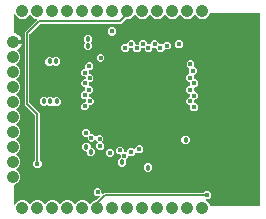
<source format=gbr>
G04 EAGLE Gerber RS-274X export*
G75*
%MOMM*%
%FSLAX34Y34*%
%LPD*%
%INCopper Layer 2*%
%IPPOS*%
%AMOC8*
5,1,8,0,0,1.08239X$1,22.5*%
G01*
%ADD10C,1.050000*%
%ADD11C,0.403200*%
%ADD12C,0.457200*%
%ADD13C,0.453200*%
%ADD14C,0.152400*%

G36*
X211973Y3763D02*
X211973Y3763D01*
X211992Y3761D01*
X212094Y3783D01*
X212196Y3799D01*
X212213Y3809D01*
X212233Y3813D01*
X212322Y3866D01*
X212413Y3915D01*
X212427Y3929D01*
X212444Y3939D01*
X212511Y4018D01*
X212583Y4093D01*
X212591Y4111D01*
X212604Y4126D01*
X212643Y4222D01*
X212686Y4316D01*
X212688Y4336D01*
X212696Y4354D01*
X212714Y4521D01*
X212714Y166675D01*
X212712Y166692D01*
X212713Y166707D01*
X212713Y166709D01*
X212713Y166714D01*
X212691Y166816D01*
X212674Y166918D01*
X212665Y166935D01*
X212661Y166955D01*
X212608Y167044D01*
X212559Y167135D01*
X212545Y167149D01*
X212535Y167166D01*
X212456Y167233D01*
X212381Y167305D01*
X212363Y167313D01*
X212348Y167326D01*
X212252Y167365D01*
X212158Y167408D01*
X212138Y167410D01*
X212120Y167418D01*
X211953Y167436D01*
X170764Y167436D01*
X170650Y167417D01*
X170533Y167400D01*
X170528Y167398D01*
X170522Y167397D01*
X170419Y167342D01*
X170314Y167289D01*
X170310Y167284D01*
X170304Y167281D01*
X170224Y167197D01*
X170142Y167113D01*
X170138Y167107D01*
X170135Y167103D01*
X170127Y167086D01*
X170061Y166966D01*
X169231Y164962D01*
X167397Y163128D01*
X165000Y162135D01*
X162406Y162135D01*
X160009Y163128D01*
X158175Y164962D01*
X158056Y165249D01*
X158019Y165310D01*
X157989Y165375D01*
X157954Y165414D01*
X157927Y165458D01*
X157872Y165504D01*
X157823Y165556D01*
X157777Y165582D01*
X157737Y165615D01*
X157670Y165640D01*
X157607Y165675D01*
X157556Y165684D01*
X157508Y165703D01*
X157436Y165706D01*
X157365Y165719D01*
X157314Y165711D01*
X157262Y165713D01*
X157193Y165693D01*
X157122Y165683D01*
X157076Y165659D01*
X157026Y165645D01*
X156967Y165604D01*
X156903Y165571D01*
X156866Y165534D01*
X156824Y165505D01*
X156781Y165447D01*
X156731Y165396D01*
X156696Y165333D01*
X156677Y165307D01*
X156670Y165285D01*
X156650Y165249D01*
X156531Y164962D01*
X154697Y163128D01*
X152300Y162135D01*
X149706Y162135D01*
X147309Y163128D01*
X145475Y164962D01*
X145356Y165249D01*
X145319Y165310D01*
X145289Y165375D01*
X145254Y165414D01*
X145227Y165458D01*
X145172Y165504D01*
X145123Y165556D01*
X145077Y165582D01*
X145037Y165615D01*
X144970Y165640D01*
X144907Y165675D01*
X144856Y165684D01*
X144808Y165703D01*
X144736Y165706D01*
X144665Y165719D01*
X144614Y165711D01*
X144562Y165713D01*
X144493Y165693D01*
X144422Y165683D01*
X144376Y165659D01*
X144326Y165645D01*
X144267Y165604D01*
X144203Y165571D01*
X144166Y165534D01*
X144124Y165505D01*
X144081Y165447D01*
X144031Y165396D01*
X143996Y165333D01*
X143977Y165307D01*
X143970Y165285D01*
X143950Y165249D01*
X143831Y164962D01*
X141997Y163128D01*
X139600Y162135D01*
X137006Y162135D01*
X134609Y163128D01*
X132775Y164962D01*
X132656Y165249D01*
X132619Y165310D01*
X132589Y165375D01*
X132554Y165414D01*
X132527Y165458D01*
X132472Y165504D01*
X132423Y165556D01*
X132377Y165582D01*
X132337Y165615D01*
X132270Y165640D01*
X132207Y165675D01*
X132156Y165684D01*
X132108Y165703D01*
X132036Y165706D01*
X131965Y165719D01*
X131914Y165711D01*
X131862Y165713D01*
X131793Y165693D01*
X131722Y165683D01*
X131676Y165659D01*
X131626Y165645D01*
X131567Y165604D01*
X131503Y165571D01*
X131466Y165534D01*
X131424Y165505D01*
X131381Y165447D01*
X131331Y165396D01*
X131296Y165333D01*
X131277Y165307D01*
X131270Y165285D01*
X131250Y165249D01*
X131131Y164962D01*
X129297Y163128D01*
X126900Y162135D01*
X124306Y162135D01*
X121909Y163128D01*
X120075Y164962D01*
X119956Y165249D01*
X119919Y165310D01*
X119889Y165375D01*
X119854Y165414D01*
X119827Y165458D01*
X119772Y165504D01*
X119723Y165556D01*
X119677Y165582D01*
X119637Y165615D01*
X119570Y165640D01*
X119507Y165675D01*
X119456Y165684D01*
X119408Y165703D01*
X119336Y165706D01*
X119265Y165719D01*
X119214Y165711D01*
X119162Y165713D01*
X119093Y165693D01*
X119022Y165683D01*
X118976Y165659D01*
X118926Y165645D01*
X118867Y165604D01*
X118803Y165571D01*
X118766Y165534D01*
X118724Y165505D01*
X118681Y165447D01*
X118631Y165396D01*
X118596Y165333D01*
X118577Y165307D01*
X118570Y165285D01*
X118550Y165249D01*
X118431Y164962D01*
X116597Y163128D01*
X114200Y162135D01*
X111606Y162135D01*
X109209Y163128D01*
X107375Y164962D01*
X107256Y165249D01*
X107219Y165310D01*
X107189Y165375D01*
X107154Y165414D01*
X107127Y165458D01*
X107072Y165504D01*
X107023Y165556D01*
X106977Y165582D01*
X106937Y165615D01*
X106870Y165640D01*
X106807Y165675D01*
X106756Y165684D01*
X106708Y165703D01*
X106636Y165706D01*
X106565Y165719D01*
X106514Y165711D01*
X106462Y165713D01*
X106393Y165693D01*
X106322Y165683D01*
X106276Y165659D01*
X106226Y165645D01*
X106167Y165604D01*
X106103Y165571D01*
X106066Y165534D01*
X106024Y165505D01*
X105981Y165447D01*
X105931Y165396D01*
X105896Y165333D01*
X105877Y165307D01*
X105870Y165285D01*
X105850Y165249D01*
X105731Y164962D01*
X103897Y163128D01*
X101500Y162135D01*
X99285Y162135D01*
X99195Y162121D01*
X99104Y162113D01*
X99075Y162101D01*
X99043Y162096D01*
X98962Y162053D01*
X98878Y162017D01*
X98846Y161991D01*
X98825Y161980D01*
X98803Y161957D01*
X98747Y161912D01*
X94822Y157987D01*
X26557Y157987D01*
X26467Y157973D01*
X26376Y157965D01*
X26347Y157953D01*
X26315Y157948D01*
X26234Y157905D01*
X26150Y157869D01*
X26118Y157843D01*
X26097Y157832D01*
X26075Y157809D01*
X26019Y157764D01*
X17496Y149241D01*
X17443Y149167D01*
X17383Y149098D01*
X17371Y149067D01*
X17352Y149041D01*
X17325Y148954D01*
X17291Y148869D01*
X17287Y148828D01*
X17280Y148806D01*
X17281Y148774D01*
X17273Y148703D01*
X17273Y91327D01*
X17287Y91237D01*
X17295Y91146D01*
X17307Y91117D01*
X17312Y91085D01*
X17355Y91004D01*
X17391Y90920D01*
X17417Y90888D01*
X17428Y90867D01*
X17451Y90845D01*
X17474Y90817D01*
X17476Y90813D01*
X17479Y90810D01*
X17496Y90789D01*
X26163Y82122D01*
X26163Y42654D01*
X26177Y42564D01*
X26185Y42473D01*
X26197Y42443D01*
X26202Y42412D01*
X26245Y42331D01*
X26281Y42247D01*
X26307Y42215D01*
X26318Y42194D01*
X26341Y42172D01*
X26386Y42116D01*
X27667Y40835D01*
X27667Y37905D01*
X25595Y35833D01*
X22665Y35833D01*
X20593Y37905D01*
X20593Y40835D01*
X21874Y42116D01*
X21927Y42190D01*
X21987Y42259D01*
X21999Y42289D01*
X22018Y42316D01*
X22045Y42403D01*
X22079Y42488D01*
X22083Y42528D01*
X22090Y42551D01*
X22089Y42583D01*
X22097Y42654D01*
X22097Y80123D01*
X22083Y80213D01*
X22075Y80304D01*
X22063Y80333D01*
X22058Y80365D01*
X22015Y80446D01*
X21979Y80530D01*
X21953Y80562D01*
X21942Y80583D01*
X21919Y80605D01*
X21874Y80661D01*
X13207Y89328D01*
X13207Y150702D01*
X23341Y160836D01*
X23383Y160894D01*
X23432Y160946D01*
X23454Y160993D01*
X23485Y161035D01*
X23506Y161104D01*
X23536Y161169D01*
X23542Y161221D01*
X23557Y161271D01*
X23555Y161342D01*
X23563Y161413D01*
X23552Y161464D01*
X23551Y161516D01*
X23526Y161584D01*
X23511Y161654D01*
X23484Y161699D01*
X23466Y161747D01*
X23421Y161803D01*
X23385Y161865D01*
X23345Y161899D01*
X23312Y161939D01*
X23252Y161978D01*
X23198Y162025D01*
X23149Y162044D01*
X23105Y162072D01*
X23036Y162090D01*
X22969Y162117D01*
X22898Y162125D01*
X22867Y162133D01*
X22844Y162131D01*
X22803Y162135D01*
X22706Y162135D01*
X20309Y163128D01*
X18475Y164962D01*
X18356Y165249D01*
X18319Y165310D01*
X18289Y165375D01*
X18254Y165414D01*
X18227Y165458D01*
X18172Y165504D01*
X18123Y165556D01*
X18077Y165582D01*
X18037Y165615D01*
X17970Y165640D01*
X17907Y165675D01*
X17856Y165684D01*
X17808Y165703D01*
X17736Y165706D01*
X17665Y165719D01*
X17614Y165711D01*
X17562Y165713D01*
X17493Y165693D01*
X17422Y165683D01*
X17376Y165659D01*
X17326Y165645D01*
X17267Y165604D01*
X17203Y165571D01*
X17166Y165534D01*
X17124Y165505D01*
X17081Y165447D01*
X17031Y165396D01*
X16996Y165333D01*
X16977Y165307D01*
X16970Y165285D01*
X16950Y165249D01*
X16831Y164962D01*
X14997Y163128D01*
X12600Y162135D01*
X10006Y162135D01*
X7609Y163128D01*
X5775Y164962D01*
X5478Y165679D01*
X5427Y165762D01*
X5381Y165847D01*
X5362Y165865D01*
X5349Y165888D01*
X5274Y165950D01*
X5203Y166017D01*
X5179Y166028D01*
X5159Y166045D01*
X5068Y166079D01*
X4980Y166120D01*
X4954Y166123D01*
X4930Y166133D01*
X4832Y166137D01*
X4736Y166148D01*
X4710Y166142D01*
X4684Y166143D01*
X4590Y166116D01*
X4495Y166095D01*
X4473Y166082D01*
X4448Y166075D01*
X4368Y166019D01*
X4284Y165969D01*
X4267Y165949D01*
X4246Y165934D01*
X4187Y165856D01*
X4124Y165782D01*
X4114Y165758D01*
X4099Y165737D01*
X4069Y165644D01*
X4032Y165554D01*
X4029Y165522D01*
X4023Y165503D01*
X4023Y165470D01*
X4014Y165387D01*
X4014Y150870D01*
X4025Y150802D01*
X4026Y150734D01*
X4045Y150682D01*
X4053Y150627D01*
X4086Y150567D01*
X4109Y150502D01*
X4143Y150459D01*
X4169Y150410D01*
X4218Y150363D01*
X4261Y150309D01*
X4307Y150278D01*
X4347Y150240D01*
X4409Y150212D01*
X4467Y150174D01*
X4540Y150151D01*
X4570Y150137D01*
X4591Y150134D01*
X4626Y150123D01*
X5320Y149985D01*
X6738Y149398D01*
X8014Y148545D01*
X9099Y147460D01*
X9952Y146184D01*
X10539Y144766D01*
X10688Y144017D01*
X4775Y144017D01*
X4755Y144014D01*
X4736Y144016D01*
X4634Y143994D01*
X4532Y143977D01*
X4515Y143968D01*
X4495Y143964D01*
X4406Y143911D01*
X4315Y143862D01*
X4301Y143848D01*
X4284Y143838D01*
X4217Y143759D01*
X4145Y143684D01*
X4137Y143666D01*
X4124Y143651D01*
X4085Y143555D01*
X4042Y143461D01*
X4040Y143441D01*
X4032Y143423D01*
X4014Y143256D01*
X4014Y141732D01*
X4017Y141712D01*
X4015Y141693D01*
X4037Y141591D01*
X4053Y141489D01*
X4063Y141472D01*
X4067Y141452D01*
X4120Y141363D01*
X4169Y141272D01*
X4183Y141258D01*
X4193Y141241D01*
X4272Y141174D01*
X4347Y141103D01*
X4365Y141094D01*
X4380Y141081D01*
X4476Y141042D01*
X4570Y140999D01*
X4590Y140997D01*
X4608Y140989D01*
X4775Y140971D01*
X10688Y140971D01*
X10539Y140222D01*
X9952Y138804D01*
X9099Y137528D01*
X8014Y136443D01*
X7351Y135999D01*
X7282Y135935D01*
X7208Y135876D01*
X7193Y135851D01*
X7171Y135831D01*
X7126Y135748D01*
X7075Y135669D01*
X7068Y135641D01*
X7054Y135615D01*
X7038Y135522D01*
X7015Y135431D01*
X7018Y135401D01*
X7013Y135373D01*
X7027Y135279D01*
X7034Y135185D01*
X7046Y135158D01*
X7050Y135130D01*
X7094Y135046D01*
X7131Y134959D01*
X7154Y134930D01*
X7164Y134911D01*
X7187Y134888D01*
X7236Y134828D01*
X8576Y133488D01*
X9569Y131091D01*
X9569Y128497D01*
X8576Y126100D01*
X6742Y124266D01*
X6455Y124147D01*
X6394Y124109D01*
X6329Y124080D01*
X6290Y124045D01*
X6246Y124018D01*
X6200Y123962D01*
X6148Y123914D01*
X6122Y123868D01*
X6089Y123828D01*
X6063Y123761D01*
X6029Y123698D01*
X6020Y123647D01*
X6001Y123599D01*
X5998Y123527D01*
X5985Y123456D01*
X5993Y123405D01*
X5991Y123353D01*
X6011Y123284D01*
X6021Y123213D01*
X6045Y123167D01*
X6059Y123117D01*
X6100Y123058D01*
X6133Y122994D01*
X6170Y122957D01*
X6199Y122915D01*
X6257Y122872D01*
X6308Y122822D01*
X6371Y122787D01*
X6397Y122768D01*
X6419Y122760D01*
X6455Y122741D01*
X6742Y122622D01*
X8576Y120788D01*
X9569Y118391D01*
X9569Y115797D01*
X8576Y113400D01*
X6742Y111566D01*
X6455Y111447D01*
X6394Y111410D01*
X6329Y111380D01*
X6290Y111345D01*
X6246Y111318D01*
X6200Y111263D01*
X6148Y111214D01*
X6122Y111168D01*
X6089Y111128D01*
X6064Y111061D01*
X6029Y110998D01*
X6020Y110947D01*
X6001Y110899D01*
X5998Y110827D01*
X5985Y110756D01*
X5993Y110705D01*
X5991Y110653D01*
X6011Y110584D01*
X6021Y110513D01*
X6045Y110467D01*
X6059Y110417D01*
X6100Y110358D01*
X6133Y110294D01*
X6170Y110257D01*
X6199Y110215D01*
X6257Y110172D01*
X6308Y110122D01*
X6371Y110087D01*
X6397Y110068D01*
X6419Y110061D01*
X6455Y110041D01*
X6742Y109922D01*
X8576Y108088D01*
X9569Y105691D01*
X9569Y103097D01*
X8576Y100700D01*
X6742Y98866D01*
X6455Y98747D01*
X6394Y98710D01*
X6329Y98680D01*
X6290Y98645D01*
X6246Y98618D01*
X6200Y98563D01*
X6148Y98514D01*
X6122Y98468D01*
X6089Y98428D01*
X6064Y98361D01*
X6029Y98298D01*
X6020Y98247D01*
X6001Y98199D01*
X5998Y98127D01*
X5985Y98056D01*
X5993Y98005D01*
X5991Y97953D01*
X6011Y97884D01*
X6021Y97813D01*
X6045Y97767D01*
X6059Y97717D01*
X6100Y97658D01*
X6133Y97594D01*
X6170Y97557D01*
X6199Y97515D01*
X6257Y97472D01*
X6308Y97422D01*
X6371Y97387D01*
X6397Y97368D01*
X6419Y97361D01*
X6455Y97341D01*
X6742Y97222D01*
X8576Y95388D01*
X9569Y92991D01*
X9569Y90397D01*
X8576Y88000D01*
X6742Y86166D01*
X6455Y86047D01*
X6394Y86010D01*
X6329Y85980D01*
X6290Y85945D01*
X6246Y85918D01*
X6200Y85863D01*
X6148Y85814D01*
X6122Y85768D01*
X6089Y85728D01*
X6064Y85661D01*
X6029Y85598D01*
X6020Y85547D01*
X6001Y85499D01*
X5998Y85427D01*
X5985Y85356D01*
X5993Y85305D01*
X5991Y85253D01*
X6011Y85184D01*
X6021Y85113D01*
X6045Y85067D01*
X6059Y85017D01*
X6100Y84958D01*
X6133Y84894D01*
X6170Y84857D01*
X6199Y84815D01*
X6257Y84772D01*
X6308Y84722D01*
X6371Y84687D01*
X6397Y84668D01*
X6419Y84661D01*
X6455Y84641D01*
X6742Y84522D01*
X8576Y82688D01*
X9569Y80291D01*
X9569Y77697D01*
X8576Y75300D01*
X6742Y73466D01*
X6455Y73347D01*
X6394Y73310D01*
X6329Y73280D01*
X6290Y73245D01*
X6246Y73218D01*
X6200Y73163D01*
X6148Y73114D01*
X6122Y73068D01*
X6089Y73028D01*
X6064Y72961D01*
X6029Y72898D01*
X6020Y72847D01*
X6001Y72799D01*
X5998Y72727D01*
X5985Y72656D01*
X5993Y72605D01*
X5991Y72553D01*
X6011Y72484D01*
X6021Y72413D01*
X6045Y72367D01*
X6059Y72317D01*
X6100Y72258D01*
X6133Y72194D01*
X6170Y72157D01*
X6199Y72115D01*
X6257Y72072D01*
X6308Y72022D01*
X6371Y71987D01*
X6397Y71968D01*
X6419Y71961D01*
X6455Y71941D01*
X6742Y71822D01*
X8576Y69988D01*
X9569Y67591D01*
X9569Y64997D01*
X8576Y62600D01*
X6742Y60766D01*
X6455Y60647D01*
X6394Y60610D01*
X6329Y60580D01*
X6290Y60545D01*
X6246Y60518D01*
X6200Y60463D01*
X6148Y60414D01*
X6122Y60368D01*
X6089Y60328D01*
X6064Y60261D01*
X6029Y60198D01*
X6020Y60147D01*
X6001Y60099D01*
X5998Y60027D01*
X5985Y59956D01*
X5993Y59905D01*
X5991Y59853D01*
X6011Y59784D01*
X6021Y59713D01*
X6045Y59667D01*
X6059Y59617D01*
X6100Y59558D01*
X6133Y59494D01*
X6170Y59457D01*
X6199Y59415D01*
X6257Y59372D01*
X6308Y59322D01*
X6371Y59287D01*
X6397Y59268D01*
X6419Y59261D01*
X6455Y59241D01*
X6742Y59122D01*
X8576Y57288D01*
X9569Y54891D01*
X9569Y52297D01*
X8576Y49900D01*
X6742Y48066D01*
X6455Y47947D01*
X6394Y47910D01*
X6329Y47880D01*
X6290Y47845D01*
X6246Y47818D01*
X6200Y47763D01*
X6148Y47714D01*
X6122Y47668D01*
X6089Y47628D01*
X6064Y47561D01*
X6029Y47498D01*
X6020Y47447D01*
X6001Y47399D01*
X5998Y47327D01*
X5985Y47256D01*
X5993Y47205D01*
X5991Y47153D01*
X6011Y47084D01*
X6021Y47013D01*
X6045Y46967D01*
X6059Y46917D01*
X6100Y46858D01*
X6133Y46794D01*
X6170Y46757D01*
X6199Y46715D01*
X6257Y46672D01*
X6308Y46622D01*
X6371Y46587D01*
X6397Y46568D01*
X6419Y46561D01*
X6455Y46541D01*
X6742Y46422D01*
X8576Y44588D01*
X9569Y42191D01*
X9569Y39597D01*
X8576Y37200D01*
X6742Y35366D01*
X6455Y35247D01*
X6394Y35210D01*
X6329Y35180D01*
X6290Y35145D01*
X6246Y35118D01*
X6200Y35063D01*
X6148Y35014D01*
X6122Y34968D01*
X6089Y34928D01*
X6064Y34861D01*
X6029Y34798D01*
X6020Y34747D01*
X6001Y34699D01*
X5998Y34627D01*
X5985Y34556D01*
X5993Y34505D01*
X5991Y34453D01*
X6011Y34384D01*
X6021Y34313D01*
X6045Y34267D01*
X6059Y34217D01*
X6100Y34158D01*
X6133Y34094D01*
X6170Y34057D01*
X6199Y34015D01*
X6257Y33972D01*
X6308Y33922D01*
X6371Y33887D01*
X6397Y33868D01*
X6419Y33861D01*
X6455Y33841D01*
X6742Y33722D01*
X8576Y31888D01*
X9569Y29491D01*
X9569Y26897D01*
X8576Y24500D01*
X6742Y22666D01*
X4484Y21731D01*
X4384Y21669D01*
X4284Y21609D01*
X4280Y21604D01*
X4275Y21601D01*
X4200Y21511D01*
X4124Y21422D01*
X4122Y21416D01*
X4118Y21412D01*
X4076Y21303D01*
X4032Y21194D01*
X4031Y21187D01*
X4030Y21182D01*
X4029Y21164D01*
X4014Y21027D01*
X4014Y5555D01*
X4029Y5459D01*
X4039Y5362D01*
X4049Y5338D01*
X4053Y5312D01*
X4099Y5226D01*
X4139Y5137D01*
X4156Y5118D01*
X4169Y5095D01*
X4239Y5028D01*
X4305Y4956D01*
X4328Y4943D01*
X4347Y4925D01*
X4435Y4884D01*
X4521Y4837D01*
X4546Y4833D01*
X4570Y4822D01*
X4667Y4811D01*
X4763Y4793D01*
X4789Y4797D01*
X4814Y4794D01*
X4909Y4815D01*
X5006Y4829D01*
X5029Y4841D01*
X5055Y4847D01*
X5139Y4897D01*
X5225Y4941D01*
X5243Y4959D01*
X5266Y4973D01*
X5329Y5047D01*
X5397Y5116D01*
X5413Y5145D01*
X5426Y5160D01*
X5438Y5191D01*
X5478Y5263D01*
X5775Y5980D01*
X7609Y7814D01*
X10006Y8807D01*
X12600Y8807D01*
X14997Y7814D01*
X16831Y5980D01*
X16950Y5693D01*
X16988Y5632D01*
X17017Y5567D01*
X17052Y5528D01*
X17079Y5484D01*
X17135Y5438D01*
X17183Y5386D01*
X17229Y5360D01*
X17269Y5327D01*
X17336Y5301D01*
X17399Y5267D01*
X17450Y5258D01*
X17498Y5239D01*
X17570Y5236D01*
X17641Y5223D01*
X17692Y5231D01*
X17744Y5229D01*
X17813Y5249D01*
X17884Y5259D01*
X17930Y5283D01*
X17980Y5297D01*
X18039Y5338D01*
X18103Y5371D01*
X18140Y5408D01*
X18182Y5437D01*
X18225Y5495D01*
X18275Y5546D01*
X18310Y5609D01*
X18329Y5635D01*
X18337Y5657D01*
X18356Y5693D01*
X18475Y5980D01*
X20309Y7814D01*
X22706Y8807D01*
X25300Y8807D01*
X27697Y7814D01*
X29531Y5980D01*
X29650Y5693D01*
X29688Y5632D01*
X29717Y5567D01*
X29752Y5528D01*
X29779Y5484D01*
X29835Y5438D01*
X29883Y5386D01*
X29929Y5360D01*
X29969Y5327D01*
X30036Y5301D01*
X30099Y5267D01*
X30150Y5258D01*
X30198Y5239D01*
X30270Y5236D01*
X30341Y5223D01*
X30392Y5231D01*
X30444Y5229D01*
X30513Y5249D01*
X30584Y5259D01*
X30630Y5283D01*
X30680Y5297D01*
X30739Y5338D01*
X30803Y5371D01*
X30840Y5408D01*
X30882Y5437D01*
X30925Y5495D01*
X30975Y5546D01*
X31010Y5609D01*
X31029Y5635D01*
X31037Y5657D01*
X31056Y5693D01*
X31175Y5980D01*
X33009Y7814D01*
X35406Y8807D01*
X38000Y8807D01*
X40397Y7814D01*
X42231Y5980D01*
X42350Y5693D01*
X42388Y5632D01*
X42417Y5567D01*
X42452Y5528D01*
X42479Y5484D01*
X42535Y5438D01*
X42583Y5386D01*
X42629Y5360D01*
X42669Y5327D01*
X42736Y5301D01*
X42799Y5267D01*
X42850Y5258D01*
X42898Y5239D01*
X42970Y5236D01*
X43041Y5223D01*
X43092Y5231D01*
X43144Y5229D01*
X43213Y5249D01*
X43284Y5259D01*
X43330Y5283D01*
X43380Y5297D01*
X43439Y5338D01*
X43503Y5371D01*
X43540Y5408D01*
X43582Y5437D01*
X43625Y5495D01*
X43675Y5546D01*
X43710Y5609D01*
X43729Y5635D01*
X43737Y5657D01*
X43756Y5693D01*
X43875Y5980D01*
X45709Y7814D01*
X48106Y8807D01*
X50700Y8807D01*
X53097Y7814D01*
X54931Y5980D01*
X55050Y5693D01*
X55088Y5632D01*
X55117Y5567D01*
X55152Y5528D01*
X55179Y5484D01*
X55235Y5438D01*
X55283Y5386D01*
X55329Y5360D01*
X55369Y5327D01*
X55436Y5301D01*
X55499Y5267D01*
X55550Y5258D01*
X55598Y5239D01*
X55670Y5236D01*
X55741Y5223D01*
X55792Y5231D01*
X55844Y5229D01*
X55913Y5249D01*
X55984Y5259D01*
X56030Y5283D01*
X56080Y5297D01*
X56139Y5338D01*
X56203Y5371D01*
X56240Y5408D01*
X56282Y5437D01*
X56325Y5495D01*
X56375Y5546D01*
X56410Y5609D01*
X56429Y5635D01*
X56437Y5657D01*
X56456Y5693D01*
X56575Y5980D01*
X58409Y7814D01*
X60806Y8807D01*
X63400Y8807D01*
X65797Y7814D01*
X67631Y5980D01*
X67750Y5693D01*
X67788Y5632D01*
X67817Y5567D01*
X67852Y5528D01*
X67879Y5484D01*
X67935Y5438D01*
X67983Y5386D01*
X68029Y5360D01*
X68069Y5327D01*
X68136Y5301D01*
X68199Y5267D01*
X68250Y5258D01*
X68298Y5239D01*
X68370Y5236D01*
X68441Y5223D01*
X68492Y5231D01*
X68544Y5229D01*
X68613Y5249D01*
X68684Y5259D01*
X68730Y5283D01*
X68780Y5297D01*
X68839Y5338D01*
X68903Y5371D01*
X68940Y5408D01*
X68982Y5437D01*
X69025Y5495D01*
X69075Y5546D01*
X69110Y5609D01*
X69129Y5635D01*
X69137Y5657D01*
X69156Y5693D01*
X69275Y5980D01*
X71109Y7814D01*
X73506Y8807D01*
X74197Y8807D01*
X74287Y8821D01*
X74378Y8829D01*
X74407Y8841D01*
X74439Y8846D01*
X74520Y8889D01*
X74604Y8925D01*
X74636Y8951D01*
X74657Y8962D01*
X74679Y8985D01*
X74735Y9030D01*
X76613Y10908D01*
X76655Y10966D01*
X76704Y11018D01*
X76726Y11065D01*
X76757Y11107D01*
X76778Y11176D01*
X76808Y11241D01*
X76814Y11293D01*
X76829Y11343D01*
X76827Y11414D01*
X76835Y11485D01*
X76824Y11536D01*
X76823Y11588D01*
X76798Y11656D01*
X76783Y11726D01*
X76756Y11771D01*
X76738Y11819D01*
X76693Y11875D01*
X76657Y11937D01*
X76617Y11971D01*
X76584Y12011D01*
X76524Y12050D01*
X76470Y12097D01*
X76421Y12116D01*
X76377Y12144D01*
X76308Y12162D01*
X76241Y12189D01*
X76170Y12197D01*
X76139Y12205D01*
X76116Y12203D01*
X76075Y12207D01*
X73696Y12207D01*
X71770Y14133D01*
X71770Y16855D01*
X73696Y18781D01*
X76418Y18781D01*
X78344Y16855D01*
X78344Y14476D01*
X78355Y14406D01*
X78357Y14334D01*
X78375Y14285D01*
X78383Y14234D01*
X78417Y14170D01*
X78442Y14103D01*
X78474Y14062D01*
X78499Y14016D01*
X78551Y13967D01*
X78595Y13911D01*
X78639Y13883D01*
X78677Y13847D01*
X78742Y13817D01*
X78802Y13778D01*
X78853Y13765D01*
X78900Y13743D01*
X78971Y13735D01*
X79041Y13718D01*
X79093Y13722D01*
X79144Y13716D01*
X79215Y13731D01*
X79286Y13737D01*
X79334Y13757D01*
X79385Y13768D01*
X79446Y13805D01*
X79512Y13833D01*
X79568Y13878D01*
X79596Y13894D01*
X79611Y13912D01*
X79643Y13938D01*
X80438Y14733D01*
X164709Y14733D01*
X164799Y14747D01*
X164890Y14755D01*
X164920Y14767D01*
X164952Y14772D01*
X165033Y14815D01*
X165117Y14851D01*
X165149Y14877D01*
X165169Y14888D01*
X165192Y14911D01*
X165248Y14956D01*
X166279Y15987D01*
X169001Y15987D01*
X170927Y14061D01*
X170927Y11339D01*
X169001Y9413D01*
X167363Y9413D01*
X167267Y9398D01*
X167170Y9388D01*
X167146Y9378D01*
X167120Y9374D01*
X167034Y9328D01*
X166945Y9288D01*
X166926Y9271D01*
X166903Y9258D01*
X166836Y9188D01*
X166764Y9122D01*
X166751Y9099D01*
X166733Y9080D01*
X166692Y8992D01*
X166645Y8906D01*
X166641Y8881D01*
X166630Y8857D01*
X166619Y8760D01*
X166602Y8664D01*
X166605Y8638D01*
X166603Y8613D01*
X166623Y8518D01*
X166637Y8421D01*
X166649Y8398D01*
X166655Y8372D01*
X166705Y8289D01*
X166749Y8202D01*
X166768Y8183D01*
X166781Y8161D01*
X166855Y8098D01*
X166925Y8030D01*
X166953Y8014D01*
X166968Y8001D01*
X166999Y7989D01*
X167071Y7949D01*
X167397Y7814D01*
X169231Y5980D01*
X169956Y4230D01*
X170017Y4130D01*
X170077Y4030D01*
X170082Y4026D01*
X170086Y4021D01*
X170175Y3946D01*
X170264Y3870D01*
X170270Y3868D01*
X170275Y3864D01*
X170383Y3822D01*
X170492Y3778D01*
X170500Y3777D01*
X170505Y3776D01*
X170523Y3775D01*
X170659Y3760D01*
X211953Y3760D01*
X211973Y3763D01*
G37*
%LPC*%
G36*
X62774Y84597D02*
X62774Y84597D01*
X60848Y86523D01*
X60848Y89245D01*
X62774Y91171D01*
X64405Y91171D01*
X64425Y91174D01*
X64444Y91172D01*
X64546Y91194D01*
X64648Y91210D01*
X64665Y91220D01*
X64685Y91224D01*
X64774Y91277D01*
X64865Y91326D01*
X64879Y91340D01*
X64896Y91350D01*
X64963Y91429D01*
X65035Y91504D01*
X65043Y91522D01*
X65056Y91537D01*
X65095Y91633D01*
X65138Y91727D01*
X65140Y91747D01*
X65148Y91765D01*
X65166Y91932D01*
X65166Y93234D01*
X65163Y93254D01*
X65165Y93273D01*
X65143Y93375D01*
X65127Y93477D01*
X65117Y93494D01*
X65113Y93514D01*
X65060Y93603D01*
X65011Y93694D01*
X64997Y93708D01*
X64987Y93725D01*
X64908Y93792D01*
X64833Y93864D01*
X64815Y93872D01*
X64800Y93885D01*
X64704Y93924D01*
X64610Y93967D01*
X64590Y93969D01*
X64572Y93977D01*
X64405Y93995D01*
X62901Y93995D01*
X60975Y95921D01*
X60975Y98643D01*
X62901Y100569D01*
X63897Y100569D01*
X63917Y100572D01*
X63936Y100570D01*
X64038Y100592D01*
X64140Y100608D01*
X64157Y100618D01*
X64177Y100622D01*
X64266Y100675D01*
X64357Y100724D01*
X64371Y100738D01*
X64388Y100748D01*
X64455Y100827D01*
X64527Y100902D01*
X64535Y100920D01*
X64548Y100935D01*
X64587Y101031D01*
X64630Y101125D01*
X64632Y101145D01*
X64640Y101163D01*
X64658Y101330D01*
X64658Y103394D01*
X64655Y103414D01*
X64657Y103433D01*
X64635Y103535D01*
X64619Y103637D01*
X64609Y103654D01*
X64605Y103674D01*
X64552Y103763D01*
X64503Y103854D01*
X64489Y103868D01*
X64479Y103885D01*
X64400Y103952D01*
X64325Y104024D01*
X64307Y104032D01*
X64292Y104045D01*
X64196Y104084D01*
X64102Y104127D01*
X64082Y104129D01*
X64064Y104137D01*
X63897Y104155D01*
X63282Y104155D01*
X61356Y106081D01*
X61356Y108803D01*
X63282Y110729D01*
X64151Y110729D01*
X64171Y110732D01*
X64190Y110730D01*
X64292Y110752D01*
X64394Y110768D01*
X64411Y110778D01*
X64431Y110782D01*
X64520Y110835D01*
X64611Y110884D01*
X64625Y110898D01*
X64642Y110908D01*
X64709Y110987D01*
X64781Y111062D01*
X64789Y111080D01*
X64802Y111095D01*
X64841Y111191D01*
X64884Y111285D01*
X64886Y111305D01*
X64894Y111323D01*
X64912Y111490D01*
X64912Y112538D01*
X64909Y112558D01*
X64911Y112577D01*
X64889Y112679D01*
X64873Y112781D01*
X64863Y112798D01*
X64859Y112818D01*
X64806Y112907D01*
X64757Y112998D01*
X64743Y113012D01*
X64733Y113029D01*
X64654Y113096D01*
X64579Y113168D01*
X64561Y113176D01*
X64546Y113189D01*
X64450Y113228D01*
X64356Y113271D01*
X64336Y113273D01*
X64318Y113281D01*
X64151Y113299D01*
X63028Y113299D01*
X61102Y115225D01*
X61102Y117947D01*
X63028Y119873D01*
X64024Y119873D01*
X64044Y119876D01*
X64063Y119874D01*
X64165Y119896D01*
X64267Y119912D01*
X64284Y119922D01*
X64304Y119926D01*
X64393Y119979D01*
X64484Y120028D01*
X64498Y120042D01*
X64515Y120052D01*
X64582Y120131D01*
X64654Y120206D01*
X64662Y120224D01*
X64675Y120239D01*
X64714Y120335D01*
X64757Y120429D01*
X64759Y120449D01*
X64767Y120467D01*
X64785Y120634D01*
X64785Y123408D01*
X66711Y125334D01*
X69433Y125334D01*
X71359Y123408D01*
X71359Y120686D01*
X69433Y118760D01*
X68437Y118760D01*
X68417Y118757D01*
X68398Y118759D01*
X68296Y118737D01*
X68194Y118721D01*
X68177Y118711D01*
X68157Y118707D01*
X68068Y118654D01*
X67977Y118605D01*
X67963Y118591D01*
X67946Y118581D01*
X67879Y118502D01*
X67807Y118427D01*
X67799Y118409D01*
X67786Y118394D01*
X67747Y118298D01*
X67704Y118204D01*
X67702Y118184D01*
X67694Y118166D01*
X67676Y117999D01*
X67676Y116062D01*
X67679Y116042D01*
X67677Y116023D01*
X67699Y115921D01*
X67715Y115819D01*
X67725Y115802D01*
X67729Y115782D01*
X67782Y115693D01*
X67831Y115602D01*
X67845Y115588D01*
X67855Y115571D01*
X67934Y115504D01*
X68009Y115432D01*
X68027Y115424D01*
X68042Y115411D01*
X68138Y115372D01*
X68232Y115329D01*
X68252Y115327D01*
X68270Y115319D01*
X68437Y115301D01*
X69560Y115301D01*
X71486Y113375D01*
X71486Y110653D01*
X69560Y108727D01*
X68691Y108727D01*
X68671Y108724D01*
X68652Y108726D01*
X68550Y108704D01*
X68448Y108688D01*
X68431Y108678D01*
X68411Y108674D01*
X68322Y108621D01*
X68231Y108572D01*
X68217Y108558D01*
X68200Y108548D01*
X68133Y108469D01*
X68061Y108394D01*
X68053Y108376D01*
X68040Y108361D01*
X68001Y108265D01*
X67958Y108171D01*
X67956Y108151D01*
X67948Y108133D01*
X67930Y107966D01*
X67930Y106156D01*
X67933Y106136D01*
X67931Y106117D01*
X67953Y106015D01*
X67969Y105913D01*
X67979Y105896D01*
X67983Y105876D01*
X68036Y105787D01*
X68085Y105696D01*
X68099Y105682D01*
X68109Y105665D01*
X68188Y105598D01*
X68263Y105526D01*
X68281Y105518D01*
X68296Y105505D01*
X68392Y105466D01*
X68486Y105423D01*
X68506Y105421D01*
X68524Y105413D01*
X68691Y105395D01*
X69306Y105395D01*
X71232Y103469D01*
X71232Y100747D01*
X69306Y98821D01*
X68310Y98821D01*
X68290Y98818D01*
X68271Y98820D01*
X68169Y98798D01*
X68067Y98782D01*
X68050Y98772D01*
X68030Y98768D01*
X67941Y98715D01*
X67850Y98666D01*
X67836Y98652D01*
X67819Y98642D01*
X67752Y98563D01*
X67680Y98488D01*
X67672Y98470D01*
X67659Y98455D01*
X67620Y98359D01*
X67577Y98265D01*
X67575Y98245D01*
X67567Y98227D01*
X67549Y98060D01*
X67549Y96377D01*
X67552Y96357D01*
X67550Y96338D01*
X67572Y96236D01*
X67588Y96134D01*
X67598Y96117D01*
X67602Y96097D01*
X67655Y96008D01*
X67704Y95917D01*
X67718Y95903D01*
X67728Y95886D01*
X67807Y95819D01*
X67882Y95747D01*
X67900Y95739D01*
X67915Y95726D01*
X68011Y95687D01*
X68105Y95644D01*
X68125Y95642D01*
X68143Y95634D01*
X68310Y95616D01*
X69814Y95616D01*
X71740Y93690D01*
X71740Y90968D01*
X69814Y89042D01*
X68183Y89042D01*
X68163Y89039D01*
X68144Y89041D01*
X68042Y89019D01*
X67940Y89003D01*
X67923Y88993D01*
X67903Y88989D01*
X67814Y88936D01*
X67723Y88887D01*
X67709Y88873D01*
X67692Y88863D01*
X67625Y88784D01*
X67553Y88709D01*
X67545Y88691D01*
X67532Y88676D01*
X67493Y88580D01*
X67450Y88486D01*
X67448Y88466D01*
X67440Y88448D01*
X67422Y88281D01*
X67422Y86523D01*
X65496Y84597D01*
X62774Y84597D01*
G37*
%LPD*%
%LPC*%
G36*
X106970Y133746D02*
X106970Y133746D01*
X105044Y135672D01*
X105044Y136414D01*
X105041Y136434D01*
X105043Y136453D01*
X105021Y136555D01*
X105005Y136657D01*
X104995Y136674D01*
X104991Y136694D01*
X104938Y136783D01*
X104889Y136874D01*
X104875Y136888D01*
X104865Y136905D01*
X104786Y136972D01*
X104711Y137044D01*
X104693Y137052D01*
X104678Y137065D01*
X104582Y137104D01*
X104488Y137147D01*
X104468Y137149D01*
X104450Y137157D01*
X104283Y137175D01*
X102473Y137175D01*
X102453Y137172D01*
X102434Y137174D01*
X102332Y137152D01*
X102230Y137136D01*
X102213Y137126D01*
X102193Y137122D01*
X102104Y137069D01*
X102013Y137020D01*
X101999Y137006D01*
X101982Y136996D01*
X101915Y136917D01*
X101843Y136842D01*
X101835Y136824D01*
X101822Y136809D01*
X101783Y136713D01*
X101740Y136619D01*
X101738Y136599D01*
X101730Y136581D01*
X101712Y136414D01*
X101712Y136053D01*
X99786Y134127D01*
X97064Y134127D01*
X95138Y136053D01*
X95138Y138775D01*
X97064Y140701D01*
X99584Y140701D01*
X99604Y140704D01*
X99623Y140702D01*
X99725Y140724D01*
X99827Y140740D01*
X99844Y140750D01*
X99864Y140754D01*
X99953Y140807D01*
X100044Y140856D01*
X100058Y140870D01*
X100075Y140880D01*
X100142Y140959D01*
X100214Y141034D01*
X100222Y141052D01*
X100235Y141067D01*
X100274Y141163D01*
X100317Y141257D01*
X100319Y141277D01*
X100327Y141295D01*
X100345Y141462D01*
X100345Y141823D01*
X102271Y143749D01*
X104993Y143749D01*
X106919Y141823D01*
X106919Y141081D01*
X106922Y141061D01*
X106920Y141042D01*
X106942Y140940D01*
X106958Y140838D01*
X106968Y140821D01*
X106972Y140801D01*
X107025Y140712D01*
X107074Y140621D01*
X107088Y140607D01*
X107098Y140590D01*
X107177Y140523D01*
X107252Y140451D01*
X107270Y140443D01*
X107285Y140430D01*
X107381Y140391D01*
X107475Y140348D01*
X107495Y140346D01*
X107513Y140338D01*
X107680Y140320D01*
X109490Y140320D01*
X109510Y140323D01*
X109529Y140321D01*
X109631Y140343D01*
X109733Y140359D01*
X109750Y140369D01*
X109770Y140373D01*
X109859Y140426D01*
X109950Y140475D01*
X109964Y140489D01*
X109981Y140499D01*
X110048Y140578D01*
X110120Y140653D01*
X110128Y140671D01*
X110141Y140686D01*
X110180Y140782D01*
X110223Y140876D01*
X110225Y140896D01*
X110233Y140914D01*
X110251Y141081D01*
X110251Y142204D01*
X112177Y144130D01*
X114899Y144130D01*
X116825Y142204D01*
X116825Y141208D01*
X116828Y141188D01*
X116826Y141169D01*
X116848Y141067D01*
X116864Y140965D01*
X116874Y140948D01*
X116878Y140928D01*
X116931Y140839D01*
X116980Y140748D01*
X116994Y140734D01*
X117004Y140717D01*
X117083Y140650D01*
X117158Y140578D01*
X117176Y140570D01*
X117191Y140557D01*
X117287Y140518D01*
X117381Y140475D01*
X117401Y140473D01*
X117419Y140465D01*
X117586Y140447D01*
X119269Y140447D01*
X119289Y140450D01*
X119308Y140448D01*
X119410Y140470D01*
X119512Y140486D01*
X119529Y140496D01*
X119549Y140500D01*
X119638Y140553D01*
X119729Y140602D01*
X119743Y140616D01*
X119760Y140626D01*
X119827Y140705D01*
X119899Y140780D01*
X119907Y140798D01*
X119920Y140813D01*
X119959Y140909D01*
X120002Y141003D01*
X120004Y141023D01*
X120012Y141041D01*
X120030Y141208D01*
X120030Y142077D01*
X121956Y144003D01*
X124678Y144003D01*
X126604Y142077D01*
X126604Y141462D01*
X126607Y141442D01*
X126605Y141423D01*
X126627Y141321D01*
X126643Y141219D01*
X126653Y141202D01*
X126657Y141182D01*
X126710Y141093D01*
X126759Y141002D01*
X126773Y140988D01*
X126783Y140971D01*
X126862Y140904D01*
X126937Y140832D01*
X126955Y140824D01*
X126970Y140811D01*
X127066Y140772D01*
X127160Y140729D01*
X127180Y140727D01*
X127198Y140719D01*
X127365Y140701D01*
X129781Y140701D01*
X129782Y140700D01*
X129881Y140670D01*
X129901Y140671D01*
X129920Y140666D01*
X130023Y140674D01*
X130127Y140676D01*
X130146Y140683D01*
X130166Y140685D01*
X130260Y140725D01*
X130358Y140761D01*
X130374Y140773D01*
X130392Y140781D01*
X130523Y140886D01*
X132370Y142733D01*
X135092Y142733D01*
X137018Y140807D01*
X137018Y138085D01*
X135092Y136159D01*
X132220Y136159D01*
X132219Y136159D01*
X132120Y136190D01*
X132100Y136189D01*
X132081Y136194D01*
X131978Y136186D01*
X131874Y136184D01*
X131855Y136177D01*
X131836Y136175D01*
X131741Y136135D01*
X131643Y136099D01*
X131628Y136087D01*
X131609Y136079D01*
X131478Y135974D01*
X129631Y134127D01*
X126909Y134127D01*
X124983Y136053D01*
X124983Y136668D01*
X124980Y136688D01*
X124982Y136707D01*
X124960Y136809D01*
X124944Y136911D01*
X124934Y136928D01*
X124930Y136948D01*
X124877Y137037D01*
X124828Y137128D01*
X124814Y137142D01*
X124804Y137159D01*
X124725Y137226D01*
X124650Y137298D01*
X124632Y137306D01*
X124617Y137319D01*
X124521Y137358D01*
X124427Y137401D01*
X124407Y137403D01*
X124389Y137411D01*
X124222Y137429D01*
X122158Y137429D01*
X122138Y137426D01*
X122119Y137428D01*
X122017Y137406D01*
X121915Y137390D01*
X121898Y137380D01*
X121878Y137376D01*
X121789Y137323D01*
X121698Y137274D01*
X121684Y137260D01*
X121667Y137250D01*
X121600Y137171D01*
X121528Y137096D01*
X121520Y137078D01*
X121507Y137063D01*
X121468Y136967D01*
X121425Y136873D01*
X121423Y136853D01*
X121415Y136835D01*
X121397Y136668D01*
X121397Y135799D01*
X119471Y133873D01*
X116749Y133873D01*
X114823Y135799D01*
X114823Y136795D01*
X114820Y136815D01*
X114822Y136834D01*
X114800Y136936D01*
X114784Y137038D01*
X114774Y137055D01*
X114770Y137075D01*
X114717Y137164D01*
X114668Y137255D01*
X114654Y137269D01*
X114644Y137286D01*
X114565Y137353D01*
X114490Y137425D01*
X114472Y137433D01*
X114457Y137446D01*
X114361Y137485D01*
X114267Y137528D01*
X114247Y137530D01*
X114229Y137538D01*
X114062Y137556D01*
X112379Y137556D01*
X112359Y137553D01*
X112340Y137555D01*
X112238Y137533D01*
X112136Y137517D01*
X112119Y137507D01*
X112099Y137503D01*
X112010Y137450D01*
X111919Y137401D01*
X111905Y137387D01*
X111888Y137377D01*
X111821Y137298D01*
X111749Y137223D01*
X111741Y137205D01*
X111728Y137190D01*
X111689Y137094D01*
X111646Y137000D01*
X111644Y136980D01*
X111636Y136962D01*
X111618Y136795D01*
X111618Y135672D01*
X109692Y133746D01*
X106970Y133746D01*
G37*
%LPD*%
%LPC*%
G36*
X155230Y83962D02*
X155230Y83962D01*
X153304Y85888D01*
X153304Y88281D01*
X153303Y88292D01*
X153303Y88298D01*
X153302Y88306D01*
X153303Y88320D01*
X153281Y88422D01*
X153265Y88524D01*
X153255Y88541D01*
X153251Y88561D01*
X153198Y88650D01*
X153149Y88741D01*
X153135Y88755D01*
X153125Y88772D01*
X153046Y88839D01*
X152971Y88911D01*
X152953Y88919D01*
X152938Y88932D01*
X152842Y88971D01*
X152748Y89014D01*
X152728Y89016D01*
X152710Y89024D01*
X152543Y89042D01*
X152055Y89042D01*
X150129Y90968D01*
X150129Y93690D01*
X152055Y95616D01*
X152543Y95616D01*
X152563Y95619D01*
X152582Y95617D01*
X152684Y95639D01*
X152786Y95655D01*
X152803Y95665D01*
X152823Y95669D01*
X152912Y95722D01*
X153003Y95771D01*
X153017Y95785D01*
X153034Y95795D01*
X153101Y95874D01*
X153173Y95949D01*
X153181Y95967D01*
X153194Y95982D01*
X153233Y96078D01*
X153276Y96172D01*
X153278Y96192D01*
X153286Y96210D01*
X153304Y96377D01*
X153304Y98060D01*
X153301Y98080D01*
X153303Y98099D01*
X153281Y98201D01*
X153265Y98303D01*
X153255Y98320D01*
X153251Y98340D01*
X153198Y98429D01*
X153149Y98520D01*
X153135Y98534D01*
X153125Y98551D01*
X153046Y98618D01*
X152971Y98690D01*
X152953Y98698D01*
X152938Y98711D01*
X152842Y98750D01*
X152748Y98793D01*
X152728Y98795D01*
X152710Y98803D01*
X152543Y98821D01*
X152182Y98821D01*
X150256Y100747D01*
X150256Y103469D01*
X152182Y105395D01*
X152670Y105395D01*
X152690Y105398D01*
X152709Y105396D01*
X152811Y105418D01*
X152913Y105434D01*
X152930Y105444D01*
X152950Y105448D01*
X153039Y105501D01*
X153130Y105550D01*
X153144Y105564D01*
X153161Y105574D01*
X153228Y105653D01*
X153300Y105728D01*
X153308Y105746D01*
X153321Y105761D01*
X153360Y105857D01*
X153403Y105951D01*
X153405Y105971D01*
X153413Y105989D01*
X153431Y106156D01*
X153431Y108220D01*
X153428Y108240D01*
X153430Y108259D01*
X153408Y108361D01*
X153392Y108463D01*
X153382Y108480D01*
X153378Y108500D01*
X153325Y108589D01*
X153276Y108680D01*
X153262Y108694D01*
X153252Y108711D01*
X153173Y108778D01*
X153098Y108850D01*
X153080Y108858D01*
X153065Y108871D01*
X152969Y108910D01*
X152875Y108953D01*
X152855Y108955D01*
X152837Y108963D01*
X152670Y108981D01*
X152182Y108981D01*
X150256Y110907D01*
X150256Y113629D01*
X152357Y115730D01*
X152369Y115746D01*
X152384Y115759D01*
X152440Y115846D01*
X152501Y115930D01*
X152506Y115949D01*
X152517Y115966D01*
X152543Y116066D01*
X152573Y116165D01*
X152572Y116185D01*
X152577Y116204D01*
X152569Y116307D01*
X152567Y116411D01*
X152560Y116430D01*
X152558Y116449D01*
X152518Y116544D01*
X152482Y116642D01*
X152470Y116658D01*
X152462Y116676D01*
X152415Y116734D01*
X152415Y119621D01*
X152416Y119622D01*
X152446Y119721D01*
X152445Y119741D01*
X152450Y119760D01*
X152442Y119863D01*
X152440Y119967D01*
X152433Y119986D01*
X152431Y120006D01*
X152391Y120100D01*
X152355Y120198D01*
X152343Y120214D01*
X152335Y120232D01*
X152230Y120363D01*
X150383Y122210D01*
X150383Y124932D01*
X152309Y126858D01*
X155031Y126858D01*
X156957Y124932D01*
X156957Y122060D01*
X156957Y122059D01*
X156926Y121960D01*
X156927Y121940D01*
X156922Y121921D01*
X156930Y121818D01*
X156932Y121714D01*
X156939Y121695D01*
X156941Y121676D01*
X156981Y121581D01*
X157017Y121483D01*
X157029Y121468D01*
X157037Y121449D01*
X157142Y121318D01*
X158989Y119471D01*
X158989Y116749D01*
X156888Y114648D01*
X156876Y114632D01*
X156861Y114619D01*
X156829Y114570D01*
X156828Y114569D01*
X156827Y114567D01*
X156805Y114532D01*
X156744Y114448D01*
X156739Y114429D01*
X156728Y114412D01*
X156702Y114312D01*
X156672Y114213D01*
X156673Y114193D01*
X156668Y114174D01*
X156676Y114071D01*
X156678Y113967D01*
X156685Y113948D01*
X156687Y113928D01*
X156727Y113834D01*
X156763Y113736D01*
X156775Y113720D01*
X156783Y113702D01*
X156830Y113644D01*
X156830Y111490D01*
X156833Y111470D01*
X156831Y111451D01*
X156853Y111349D01*
X156869Y111247D01*
X156879Y111230D01*
X156883Y111210D01*
X156936Y111121D01*
X156985Y111030D01*
X156999Y111016D01*
X157009Y110999D01*
X157088Y110932D01*
X157163Y110860D01*
X157181Y110852D01*
X157196Y110839D01*
X157292Y110800D01*
X157386Y110757D01*
X157406Y110755D01*
X157424Y110747D01*
X157591Y110729D01*
X158079Y110729D01*
X160005Y108803D01*
X160005Y106081D01*
X158079Y104155D01*
X157591Y104155D01*
X157571Y104152D01*
X157552Y104154D01*
X157450Y104132D01*
X157348Y104116D01*
X157331Y104106D01*
X157311Y104102D01*
X157222Y104049D01*
X157131Y104000D01*
X157117Y103986D01*
X157100Y103976D01*
X157033Y103897D01*
X156961Y103822D01*
X156953Y103804D01*
X156940Y103789D01*
X156901Y103693D01*
X156858Y103599D01*
X156856Y103579D01*
X156848Y103561D01*
X156830Y103394D01*
X156830Y101203D01*
X156833Y101183D01*
X156831Y101164D01*
X156853Y101062D01*
X156869Y100960D01*
X156879Y100943D01*
X156883Y100923D01*
X156936Y100834D01*
X156985Y100743D01*
X156999Y100729D01*
X157009Y100712D01*
X157088Y100645D01*
X157163Y100573D01*
X157181Y100565D01*
X157196Y100552D01*
X157292Y100513D01*
X157386Y100470D01*
X157406Y100468D01*
X157424Y100460D01*
X157591Y100442D01*
X157952Y100442D01*
X159878Y98516D01*
X159878Y95794D01*
X157952Y93868D01*
X157464Y93868D01*
X157444Y93865D01*
X157425Y93867D01*
X157323Y93845D01*
X157221Y93829D01*
X157204Y93819D01*
X157184Y93815D01*
X157095Y93762D01*
X157004Y93713D01*
X156990Y93699D01*
X156973Y93689D01*
X156906Y93610D01*
X156834Y93535D01*
X156826Y93517D01*
X156813Y93502D01*
X156774Y93406D01*
X156731Y93312D01*
X156729Y93292D01*
X156721Y93274D01*
X156703Y93107D01*
X156703Y91297D01*
X156706Y91280D01*
X156704Y91264D01*
X156704Y91262D01*
X156704Y91258D01*
X156726Y91156D01*
X156742Y91054D01*
X156752Y91037D01*
X156756Y91017D01*
X156809Y90928D01*
X156858Y90837D01*
X156872Y90823D01*
X156882Y90806D01*
X156961Y90739D01*
X157036Y90667D01*
X157054Y90659D01*
X157069Y90646D01*
X157165Y90607D01*
X157259Y90564D01*
X157279Y90562D01*
X157297Y90554D01*
X157464Y90536D01*
X157952Y90536D01*
X159878Y88610D01*
X159878Y85888D01*
X157952Y83962D01*
X155230Y83962D01*
G37*
%LPD*%
%LPC*%
G36*
X94158Y36956D02*
X94158Y36956D01*
X92074Y39040D01*
X92074Y41986D01*
X94280Y44192D01*
X94333Y44266D01*
X94393Y44336D01*
X94405Y44366D01*
X94424Y44392D01*
X94451Y44479D01*
X94485Y44564D01*
X94489Y44605D01*
X94496Y44627D01*
X94495Y44659D01*
X94503Y44731D01*
X94503Y46625D01*
X94500Y46645D01*
X94502Y46664D01*
X94480Y46766D01*
X94464Y46868D01*
X94454Y46885D01*
X94450Y46905D01*
X94397Y46994D01*
X94348Y47085D01*
X94334Y47099D01*
X94324Y47116D01*
X94245Y47183D01*
X94170Y47255D01*
X94152Y47263D01*
X94137Y47276D01*
X94041Y47315D01*
X93947Y47358D01*
X93927Y47360D01*
X93909Y47368D01*
X93742Y47386D01*
X92619Y47386D01*
X90693Y49312D01*
X90693Y52034D01*
X92619Y53960D01*
X95341Y53960D01*
X97267Y52034D01*
X97267Y50276D01*
X97270Y50256D01*
X97268Y50237D01*
X97290Y50135D01*
X97306Y50033D01*
X97316Y50016D01*
X97320Y49996D01*
X97373Y49907D01*
X97422Y49816D01*
X97436Y49802D01*
X97446Y49785D01*
X97525Y49718D01*
X97600Y49646D01*
X97618Y49638D01*
X97633Y49625D01*
X97729Y49586D01*
X97823Y49543D01*
X97843Y49541D01*
X97861Y49533D01*
X98028Y49515D01*
X99187Y49515D01*
X99203Y49507D01*
X99245Y49477D01*
X99314Y49456D01*
X99379Y49426D01*
X99431Y49420D01*
X99480Y49404D01*
X99552Y49406D01*
X99623Y49398D01*
X99674Y49410D01*
X99726Y49411D01*
X99794Y49435D01*
X99864Y49451D01*
X99909Y49477D01*
X99957Y49495D01*
X100013Y49540D01*
X100075Y49577D01*
X100109Y49616D01*
X100149Y49649D01*
X100188Y49709D01*
X100235Y49764D01*
X100254Y49812D01*
X100282Y49856D01*
X100300Y49925D01*
X100327Y49992D01*
X100335Y50063D01*
X100343Y50094D01*
X100341Y50118D01*
X100345Y50159D01*
X100345Y50764D01*
X102271Y52690D01*
X104993Y52690D01*
X105650Y52033D01*
X105708Y51992D01*
X105760Y51942D01*
X105807Y51920D01*
X105849Y51890D01*
X105918Y51869D01*
X105983Y51839D01*
X106035Y51833D01*
X106085Y51817D01*
X106156Y51819D01*
X106227Y51811D01*
X106278Y51823D01*
X106330Y51824D01*
X106398Y51848D01*
X106468Y51864D01*
X106513Y51890D01*
X106561Y51908D01*
X106617Y51953D01*
X106679Y51990D01*
X106713Y52029D01*
X106753Y52062D01*
X106792Y52122D01*
X106839Y52177D01*
X106858Y52225D01*
X106886Y52269D01*
X106904Y52338D01*
X106931Y52405D01*
X106939Y52476D01*
X106947Y52507D01*
X106945Y52531D01*
X106949Y52572D01*
X106949Y52923D01*
X108875Y54849D01*
X111597Y54849D01*
X113523Y52923D01*
X113523Y50201D01*
X111597Y48275D01*
X108875Y48275D01*
X108218Y48932D01*
X108160Y48973D01*
X108108Y49023D01*
X108061Y49045D01*
X108019Y49075D01*
X107950Y49096D01*
X107885Y49126D01*
X107833Y49132D01*
X107783Y49148D01*
X107712Y49146D01*
X107641Y49154D01*
X107590Y49142D01*
X107538Y49141D01*
X107470Y49117D01*
X107400Y49101D01*
X107355Y49075D01*
X107307Y49057D01*
X107251Y49012D01*
X107189Y48975D01*
X107155Y48936D01*
X107115Y48903D01*
X107076Y48843D01*
X107029Y48788D01*
X107010Y48740D01*
X106982Y48696D01*
X106964Y48627D01*
X106937Y48560D01*
X106929Y48489D01*
X106921Y48458D01*
X106923Y48434D01*
X106919Y48393D01*
X106919Y48042D01*
X104993Y46116D01*
X102235Y46116D01*
X102219Y46124D01*
X102177Y46154D01*
X102108Y46175D01*
X102043Y46205D01*
X101991Y46211D01*
X101942Y46227D01*
X101870Y46225D01*
X101799Y46233D01*
X101748Y46221D01*
X101696Y46220D01*
X101628Y46196D01*
X101558Y46180D01*
X101513Y46154D01*
X101465Y46136D01*
X101409Y46091D01*
X101347Y46054D01*
X101313Y46015D01*
X101273Y45982D01*
X101234Y45922D01*
X101187Y45867D01*
X101168Y45819D01*
X101140Y45775D01*
X101122Y45706D01*
X101095Y45639D01*
X101087Y45568D01*
X101079Y45537D01*
X101081Y45513D01*
X101077Y45472D01*
X101077Y44867D01*
X99230Y43020D01*
X99219Y43004D01*
X99203Y42992D01*
X99147Y42904D01*
X99087Y42820D01*
X99081Y42801D01*
X99070Y42785D01*
X99045Y42684D01*
X99014Y42585D01*
X99015Y42565D01*
X99010Y42546D01*
X99018Y42443D01*
X99021Y42340D01*
X99028Y42321D01*
X99029Y42301D01*
X99070Y42206D01*
X99105Y42108D01*
X99118Y42093D01*
X99126Y42075D01*
X99188Y41997D01*
X99188Y39040D01*
X97104Y36956D01*
X94158Y36956D01*
G37*
%LPD*%
%LPC*%
G36*
X75855Y51069D02*
X75855Y51069D01*
X73929Y52995D01*
X73929Y55717D01*
X74951Y56739D01*
X74962Y56755D01*
X74978Y56767D01*
X75034Y56855D01*
X75094Y56938D01*
X75100Y56957D01*
X75111Y56974D01*
X75136Y57075D01*
X75166Y57174D01*
X75166Y57193D01*
X75171Y57213D01*
X75163Y57316D01*
X75160Y57419D01*
X75153Y57438D01*
X75152Y57458D01*
X75111Y57553D01*
X75076Y57650D01*
X75063Y57666D01*
X75055Y57684D01*
X74951Y57815D01*
X73436Y59330D01*
X73420Y59341D01*
X73408Y59357D01*
X73321Y59413D01*
X73237Y59473D01*
X73217Y59479D01*
X73201Y59490D01*
X73100Y59515D01*
X73001Y59545D01*
X72982Y59545D01*
X72962Y59550D01*
X72859Y59542D01*
X72756Y59539D01*
X72737Y59532D01*
X72717Y59531D01*
X72622Y59490D01*
X72525Y59455D01*
X72509Y59442D01*
X72491Y59434D01*
X72360Y59330D01*
X71211Y58181D01*
X68489Y58181D01*
X66563Y60107D01*
X66563Y61357D01*
X66560Y61377D01*
X66562Y61396D01*
X66540Y61498D01*
X66524Y61600D01*
X66514Y61617D01*
X66510Y61637D01*
X66457Y61726D01*
X66408Y61817D01*
X66394Y61831D01*
X66384Y61848D01*
X66305Y61915D01*
X66230Y61987D01*
X66212Y61995D01*
X66197Y62008D01*
X66101Y62047D01*
X66007Y62090D01*
X65987Y62092D01*
X65969Y62100D01*
X65802Y62118D01*
X64171Y62118D01*
X62245Y64044D01*
X62245Y66766D01*
X64171Y68692D01*
X66893Y68692D01*
X68819Y66766D01*
X68819Y65516D01*
X68822Y65496D01*
X68820Y65477D01*
X68842Y65375D01*
X68858Y65273D01*
X68868Y65256D01*
X68872Y65236D01*
X68925Y65147D01*
X68974Y65056D01*
X68988Y65042D01*
X68998Y65025D01*
X69077Y64958D01*
X69152Y64886D01*
X69170Y64878D01*
X69185Y64865D01*
X69281Y64826D01*
X69375Y64783D01*
X69395Y64781D01*
X69413Y64773D01*
X69580Y64755D01*
X71211Y64755D01*
X73122Y62844D01*
X73138Y62833D01*
X73150Y62817D01*
X73238Y62761D01*
X73321Y62701D01*
X73340Y62695D01*
X73357Y62684D01*
X73458Y62659D01*
X73557Y62629D01*
X73576Y62629D01*
X73596Y62624D01*
X73699Y62632D01*
X73802Y62635D01*
X73821Y62642D01*
X73841Y62643D01*
X73936Y62684D01*
X74033Y62719D01*
X74049Y62732D01*
X74067Y62740D01*
X74198Y62844D01*
X75347Y63993D01*
X78069Y63993D01*
X79995Y62067D01*
X79995Y59345D01*
X78973Y58323D01*
X78962Y58307D01*
X78946Y58295D01*
X78916Y58247D01*
X78906Y58237D01*
X78897Y58219D01*
X78890Y58207D01*
X78830Y58124D01*
X78824Y58105D01*
X78813Y58088D01*
X78788Y57987D01*
X78758Y57888D01*
X78758Y57869D01*
X78753Y57849D01*
X78761Y57746D01*
X78764Y57643D01*
X78771Y57624D01*
X78772Y57604D01*
X78813Y57509D01*
X78848Y57412D01*
X78861Y57396D01*
X78869Y57378D01*
X78973Y57247D01*
X80503Y55717D01*
X80503Y52995D01*
X78577Y51069D01*
X75855Y51069D01*
G37*
%LPD*%
%LPC*%
G36*
X28118Y88645D02*
X28118Y88645D01*
X26034Y90729D01*
X26034Y93675D01*
X28118Y95759D01*
X31064Y95759D01*
X31720Y95103D01*
X31736Y95092D01*
X31748Y95076D01*
X31836Y95020D01*
X31919Y94960D01*
X31938Y94954D01*
X31955Y94943D01*
X32056Y94918D01*
X32155Y94887D01*
X32174Y94888D01*
X32194Y94883D01*
X32297Y94891D01*
X32400Y94894D01*
X32419Y94901D01*
X32439Y94902D01*
X32534Y94943D01*
X32631Y94978D01*
X32647Y94991D01*
X32665Y94998D01*
X32796Y95103D01*
X33452Y95759D01*
X36398Y95759D01*
X37054Y95103D01*
X37070Y95092D01*
X37082Y95076D01*
X37170Y95020D01*
X37253Y94960D01*
X37272Y94954D01*
X37289Y94943D01*
X37390Y94918D01*
X37489Y94887D01*
X37508Y94888D01*
X37528Y94883D01*
X37631Y94891D01*
X37734Y94894D01*
X37753Y94901D01*
X37773Y94902D01*
X37868Y94943D01*
X37965Y94978D01*
X37981Y94991D01*
X37999Y94998D01*
X38130Y95103D01*
X38786Y95759D01*
X41732Y95759D01*
X43816Y93675D01*
X43816Y90729D01*
X41732Y88645D01*
X38786Y88645D01*
X38130Y89301D01*
X38114Y89312D01*
X38102Y89328D01*
X38014Y89384D01*
X37931Y89444D01*
X37912Y89450D01*
X37895Y89461D01*
X37794Y89486D01*
X37695Y89517D01*
X37676Y89516D01*
X37656Y89521D01*
X37553Y89513D01*
X37450Y89510D01*
X37431Y89503D01*
X37411Y89502D01*
X37316Y89461D01*
X37219Y89426D01*
X37203Y89413D01*
X37185Y89406D01*
X37054Y89301D01*
X36398Y88645D01*
X33452Y88645D01*
X32796Y89301D01*
X32780Y89312D01*
X32768Y89328D01*
X32680Y89384D01*
X32597Y89444D01*
X32578Y89450D01*
X32561Y89461D01*
X32460Y89486D01*
X32361Y89517D01*
X32342Y89516D01*
X32322Y89521D01*
X32219Y89513D01*
X32116Y89510D01*
X32097Y89503D01*
X32077Y89502D01*
X31982Y89461D01*
X31885Y89426D01*
X31869Y89413D01*
X31851Y89406D01*
X31720Y89301D01*
X31064Y88645D01*
X28118Y88645D01*
G37*
%LPD*%
%LPC*%
G36*
X65202Y135762D02*
X65202Y135762D01*
X63118Y137846D01*
X63118Y140792D01*
X63964Y141638D01*
X63976Y141654D01*
X63991Y141667D01*
X64048Y141754D01*
X64108Y141838D01*
X64114Y141857D01*
X64124Y141874D01*
X64150Y141974D01*
X64180Y142073D01*
X64180Y142093D01*
X64184Y142112D01*
X64176Y142215D01*
X64174Y142319D01*
X64167Y142338D01*
X64165Y142358D01*
X64125Y142452D01*
X64089Y142550D01*
X64077Y142566D01*
X64069Y142584D01*
X63964Y142715D01*
X63118Y143561D01*
X63118Y146507D01*
X65202Y148591D01*
X68148Y148591D01*
X70232Y146507D01*
X70232Y143561D01*
X69386Y142715D01*
X69374Y142699D01*
X69359Y142686D01*
X69302Y142599D01*
X69242Y142515D01*
X69236Y142496D01*
X69226Y142479D01*
X69200Y142379D01*
X69170Y142280D01*
X69170Y142260D01*
X69166Y142241D01*
X69174Y142138D01*
X69176Y142034D01*
X69183Y142015D01*
X69185Y141996D01*
X69225Y141901D01*
X69261Y141803D01*
X69273Y141787D01*
X69281Y141769D01*
X69386Y141638D01*
X70232Y140792D01*
X70232Y137846D01*
X68148Y135762D01*
X65202Y135762D01*
G37*
%LPD*%
%LPC*%
G36*
X32944Y122427D02*
X32944Y122427D01*
X30860Y124511D01*
X30860Y127457D01*
X32944Y129541D01*
X35890Y129541D01*
X36609Y128822D01*
X36625Y128810D01*
X36638Y128795D01*
X36702Y128753D01*
X36747Y128715D01*
X36772Y128705D01*
X36809Y128678D01*
X36828Y128672D01*
X36845Y128662D01*
X36938Y128638D01*
X36975Y128623D01*
X36995Y128621D01*
X37044Y128606D01*
X37064Y128606D01*
X37083Y128602D01*
X37135Y128606D01*
X37142Y128605D01*
X37153Y128605D01*
X37180Y128609D01*
X37186Y128610D01*
X37290Y128612D01*
X37309Y128619D01*
X37329Y128621D01*
X37377Y128641D01*
X37396Y128644D01*
X37436Y128666D01*
X37521Y128697D01*
X37537Y128709D01*
X37555Y128717D01*
X37597Y128751D01*
X37614Y128760D01*
X37631Y128778D01*
X37686Y128822D01*
X38532Y129668D01*
X41478Y129668D01*
X43562Y127584D01*
X43562Y124638D01*
X41478Y122554D01*
X38532Y122554D01*
X37813Y123273D01*
X37797Y123285D01*
X37784Y123300D01*
X37697Y123356D01*
X37613Y123417D01*
X37594Y123423D01*
X37577Y123433D01*
X37477Y123459D01*
X37378Y123489D01*
X37358Y123489D01*
X37339Y123493D01*
X37236Y123485D01*
X37132Y123483D01*
X37113Y123476D01*
X37094Y123474D01*
X36999Y123434D01*
X36901Y123398D01*
X36885Y123386D01*
X36867Y123378D01*
X36736Y123273D01*
X35890Y122427D01*
X32944Y122427D01*
G37*
%LPD*%
%LPC*%
G36*
X67742Y45973D02*
X67742Y45973D01*
X65658Y48057D01*
X65658Y49149D01*
X65655Y49169D01*
X65657Y49188D01*
X65635Y49290D01*
X65619Y49392D01*
X65609Y49409D01*
X65605Y49429D01*
X65552Y49518D01*
X65503Y49609D01*
X65489Y49623D01*
X65479Y49640D01*
X65400Y49707D01*
X65325Y49779D01*
X65307Y49787D01*
X65292Y49800D01*
X65196Y49839D01*
X65102Y49882D01*
X65082Y49884D01*
X65064Y49892D01*
X64897Y49910D01*
X64059Y49910D01*
X61975Y51994D01*
X61975Y54940D01*
X64059Y57024D01*
X67005Y57024D01*
X69089Y54940D01*
X69089Y53848D01*
X69092Y53828D01*
X69090Y53809D01*
X69112Y53707D01*
X69128Y53605D01*
X69138Y53588D01*
X69142Y53568D01*
X69195Y53479D01*
X69244Y53388D01*
X69258Y53374D01*
X69268Y53357D01*
X69347Y53290D01*
X69422Y53218D01*
X69440Y53210D01*
X69455Y53197D01*
X69551Y53158D01*
X69645Y53115D01*
X69665Y53113D01*
X69683Y53105D01*
X69850Y53087D01*
X70688Y53087D01*
X72772Y51003D01*
X72772Y48057D01*
X70688Y45973D01*
X67742Y45973D01*
G37*
%LPD*%
%LPC*%
G36*
X148133Y55752D02*
X148133Y55752D01*
X146049Y57836D01*
X146049Y60782D01*
X148133Y62866D01*
X151079Y62866D01*
X153163Y60782D01*
X153163Y57836D01*
X151079Y55752D01*
X148133Y55752D01*
G37*
%LPD*%
%LPC*%
G36*
X116392Y32648D02*
X116392Y32648D01*
X114309Y34731D01*
X114309Y37678D01*
X116392Y39761D01*
X119339Y39761D01*
X121422Y37678D01*
X121422Y34731D01*
X119339Y32648D01*
X116392Y32648D01*
G37*
%LPD*%
%LPC*%
G36*
X85784Y147847D02*
X85784Y147847D01*
X83712Y149919D01*
X83712Y152849D01*
X85784Y154921D01*
X88714Y154921D01*
X90786Y152849D01*
X90786Y149919D01*
X88714Y147847D01*
X85784Y147847D01*
G37*
%LPD*%
%LPC*%
G36*
X142426Y137052D02*
X142426Y137052D01*
X140354Y139124D01*
X140354Y142054D01*
X142426Y144126D01*
X145356Y144126D01*
X147428Y142054D01*
X147428Y139124D01*
X145356Y137052D01*
X142426Y137052D01*
G37*
%LPD*%
%LPC*%
G36*
X76236Y125872D02*
X76236Y125872D01*
X74310Y127798D01*
X74310Y130520D01*
X76236Y132446D01*
X78958Y132446D01*
X80884Y130520D01*
X80884Y127798D01*
X78958Y125872D01*
X76236Y125872D01*
G37*
%LPD*%
%LPC*%
G36*
X84491Y45354D02*
X84491Y45354D01*
X82565Y47280D01*
X82565Y50002D01*
X84491Y51928D01*
X87213Y51928D01*
X89139Y50002D01*
X89139Y47280D01*
X87213Y45354D01*
X84491Y45354D01*
G37*
%LPD*%
D10*
X112903Y2286D03*
X125603Y2286D03*
X138303Y2286D03*
X151003Y2286D03*
X163703Y2286D03*
X100203Y2286D03*
X87503Y2286D03*
X74803Y2286D03*
X62103Y2286D03*
X49403Y2286D03*
X36703Y2286D03*
X24003Y2286D03*
X11303Y2286D03*
X112903Y168656D03*
X125603Y168656D03*
X138303Y168656D03*
X151003Y168656D03*
X163703Y168656D03*
X100203Y168656D03*
X87503Y168656D03*
X74803Y168656D03*
X62103Y168656D03*
X49403Y168656D03*
X36703Y168656D03*
X24003Y168656D03*
X11303Y168656D03*
X3048Y78994D03*
X3048Y66294D03*
X3048Y53594D03*
X3048Y40894D03*
X3048Y28194D03*
X3048Y91694D03*
X3048Y104394D03*
X3048Y117094D03*
X3048Y129794D03*
X3048Y142494D03*
D11*
X65532Y65405D03*
D12*
X117865Y36204D03*
X149606Y59309D03*
X34925Y92202D03*
X29591Y92202D03*
X40259Y92202D03*
X66675Y145034D03*
X65532Y53467D03*
X69215Y49530D03*
X95631Y40513D03*
X66675Y139319D03*
D13*
X143891Y140589D03*
X87249Y151384D03*
D12*
X124206Y108077D03*
X110871Y94742D03*
X97536Y108077D03*
X110871Y108077D03*
X124206Y94742D03*
X124206Y81407D03*
X110871Y81407D03*
X97536Y81407D03*
X97536Y94742D03*
D11*
X163830Y126111D03*
D12*
X64643Y133477D03*
D11*
X95377Y28575D03*
X150114Y35560D03*
D12*
X97536Y118491D03*
X110490Y118618D03*
X124206Y118491D03*
X97409Y70866D03*
X110871Y70866D03*
X124460Y70866D03*
D11*
X196850Y19050D03*
X203200Y19050D03*
X203200Y25400D03*
X203200Y31750D03*
X203200Y38100D03*
X203200Y44450D03*
X203200Y50800D03*
X203200Y57150D03*
X203200Y63500D03*
X203200Y69850D03*
X203200Y76200D03*
X203200Y82550D03*
X203200Y88900D03*
X203200Y95250D03*
X203200Y101600D03*
X203200Y107950D03*
X203200Y132080D03*
X196850Y132080D03*
X196850Y138430D03*
X203200Y138430D03*
X203200Y144780D03*
X196850Y144780D03*
X196850Y151130D03*
X203200Y151130D03*
X196850Y158750D03*
X203200Y158750D03*
D13*
X210439Y146050D03*
D11*
X190500Y18796D03*
X184023Y18796D03*
X184150Y25400D03*
D13*
X36322Y23368D03*
X37846Y45847D03*
X21717Y92075D03*
D11*
X209550Y12700D03*
X209550Y6350D03*
X204470Y12700D03*
X204470Y6350D03*
X209550Y25400D03*
X209550Y19050D03*
X209550Y31750D03*
X209550Y38100D03*
X209550Y44450D03*
X209550Y50800D03*
X209550Y57150D03*
X209550Y63500D03*
X209550Y69850D03*
X209550Y76200D03*
X209550Y82550D03*
X209550Y88900D03*
X209550Y95250D03*
X209550Y101600D03*
X209550Y107950D03*
X209550Y115570D03*
X209550Y132080D03*
X209550Y158750D03*
X209550Y165100D03*
X203200Y165100D03*
X196850Y165100D03*
X190500Y165100D03*
X184150Y165100D03*
X177800Y165100D03*
X171958Y164973D03*
X190500Y132080D03*
X190500Y125730D03*
X186690Y120650D03*
X180340Y120650D03*
X173990Y120650D03*
X168910Y116840D03*
X168910Y110490D03*
X168910Y104140D03*
X168910Y97790D03*
X175260Y97790D03*
X181610Y97790D03*
X187960Y97790D03*
X187960Y91440D03*
X187960Y83820D03*
X187960Y77470D03*
X187960Y104140D03*
X187960Y111760D03*
X184150Y50800D03*
X184150Y44450D03*
X184150Y38100D03*
X184150Y31750D03*
X177800Y31750D03*
X171450Y31750D03*
X165100Y31750D03*
X162560Y58420D03*
X162560Y49530D03*
X162560Y36830D03*
X190500Y158750D03*
X190500Y151130D03*
X190500Y144780D03*
X190500Y138430D03*
X7620Y152400D03*
X6350Y13970D03*
X11430Y83820D03*
X11430Y58420D03*
X119380Y161290D03*
X107950Y161290D03*
X21590Y138811D03*
X21590Y123571D03*
X118364Y22987D03*
X93599Y17907D03*
X148971Y18542D03*
X190500Y25146D03*
X196850Y25400D03*
X190500Y31496D03*
X196850Y31750D03*
X190500Y37846D03*
X196850Y38100D03*
D12*
X87376Y118491D03*
X87376Y108077D03*
X87376Y94742D03*
X87376Y81407D03*
X87249Y70866D03*
X134366Y118491D03*
X134366Y108077D03*
X40005Y126111D03*
X34417Y125984D03*
D11*
X75057Y15494D03*
X68072Y122047D03*
X77597Y129159D03*
X153416Y92329D03*
X156591Y97155D03*
X153543Y102108D03*
X156718Y107442D03*
X153543Y112268D03*
X155702Y118110D03*
X133731Y139446D03*
X128270Y137414D03*
X123317Y140716D03*
X118110Y137160D03*
X113538Y140843D03*
X108331Y137033D03*
D13*
X24130Y39370D03*
D14*
X24130Y81280D01*
X15240Y90170D01*
X15240Y149860D01*
X25400Y160020D02*
X93980Y160020D01*
X100203Y166243D01*
X100203Y166675D01*
X25400Y160020D02*
X15240Y149860D01*
X100203Y166675D02*
X100203Y168656D01*
D11*
X103632Y140462D03*
X98425Y137414D03*
X64389Y116586D03*
X68199Y112014D03*
X64643Y107442D03*
X67945Y102108D03*
X64262Y97282D03*
X68453Y92329D03*
X64135Y87884D03*
X69850Y61468D03*
X76708Y60706D03*
X77216Y54356D03*
X85852Y48641D03*
X93980Y50673D03*
X97790Y46228D03*
X103632Y49403D03*
X110236Y51562D03*
X156591Y87249D03*
X153670Y123571D03*
X167640Y12700D03*
D14*
X81280Y12700D01*
X74803Y6223D02*
X74803Y2286D01*
X74803Y6223D02*
X81280Y12700D01*
M02*

</source>
